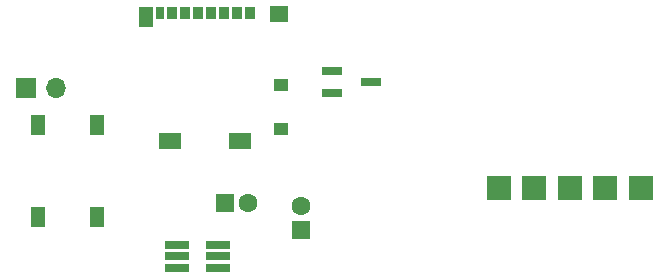
<source format=gbr>
%TF.GenerationSoftware,KiCad,Pcbnew,7.0.9-7.0.9~ubuntu22.04.1*%
%TF.CreationDate,2023-12-22T18:09:07-07:00*%
%TF.ProjectId,tiny_pov_arm,74696e79-5f70-46f7-965f-61726d2e6b69,rev?*%
%TF.SameCoordinates,Original*%
%TF.FileFunction,Soldermask,Bot*%
%TF.FilePolarity,Negative*%
%FSLAX46Y46*%
G04 Gerber Fmt 4.6, Leading zero omitted, Abs format (unit mm)*
G04 Created by KiCad (PCBNEW 7.0.9-7.0.9~ubuntu22.04.1) date 2023-12-22 18:09:07*
%MOMM*%
%LPD*%
G01*
G04 APERTURE LIST*
%ADD10R,2.000000X2.000000*%
%ADD11R,1.700000X1.700000*%
%ADD12O,1.700000X1.700000*%
%ADD13R,1.143000X1.701800*%
%ADD14R,1.600000X1.600000*%
%ADD15C,1.600000*%
%ADD16R,0.850000X1.100000*%
%ADD17R,0.750000X1.100000*%
%ADD18R,1.200000X1.000000*%
%ADD19R,1.550000X1.350000*%
%ADD20R,1.900000X1.350000*%
%ADD21R,1.170000X1.800000*%
%ADD22R,2.000000X0.650000*%
%ADD23R,1.800000X0.800000*%
G04 APERTURE END LIST*
D10*
%TO.C,TP1*%
X186500000Y-108250000D03*
%TD*%
%TO.C,TP2*%
X183500000Y-108250000D03*
%TD*%
%TO.C,TP3*%
X180500000Y-108250000D03*
%TD*%
%TO.C,TP4*%
X177500000Y-108250000D03*
%TD*%
%TO.C,TP5*%
X174500000Y-108250000D03*
%TD*%
D11*
%TO.C,J1*%
X134460000Y-99750000D03*
D12*
X137000000Y-99750000D03*
%TD*%
D13*
%TO.C,BR1*%
X140500000Y-110648900D03*
X140500000Y-102851100D03*
X135500000Y-110648900D03*
X135500000Y-102851100D03*
%TD*%
D14*
%TO.C,C1*%
X151294888Y-109500000D03*
D15*
X153294888Y-109500000D03*
%TD*%
D16*
%TO.C,J2*%
X153460000Y-93387500D03*
X152360000Y-93387500D03*
X151260000Y-93387500D03*
X150160000Y-93387500D03*
X149060000Y-93387500D03*
X147960000Y-93387500D03*
X146860000Y-93387500D03*
D17*
X145810000Y-93387500D03*
D18*
X156095000Y-99537500D03*
X156095000Y-103237500D03*
D19*
X155920000Y-93512500D03*
D20*
X152595000Y-104212500D03*
X146625000Y-104212500D03*
D21*
X144600000Y-93737500D03*
%TD*%
D22*
%TO.C,U1*%
X147290000Y-114950000D03*
X147290000Y-114000000D03*
X147290000Y-113050000D03*
X150710000Y-113050000D03*
X150710000Y-114000000D03*
X150710000Y-114950000D03*
%TD*%
D23*
%TO.C,U2*%
X160350000Y-100200000D03*
X160350000Y-98300000D03*
X163650000Y-99250000D03*
%TD*%
D15*
%TO.C,C5*%
X157750000Y-109750000D03*
D14*
X157750000Y-111750000D03*
%TD*%
M02*

</source>
